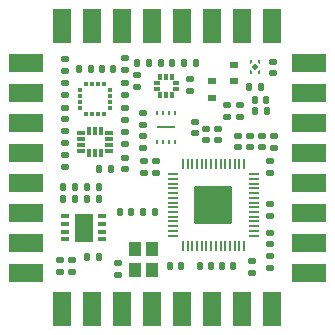
<source format=gts>
G04 #@! TF.GenerationSoftware,KiCad,Pcbnew,(6.0.7)*
G04 #@! TF.CreationDate,2022-09-17T21:46:44-05:00*
G04 #@! TF.ProjectId,picofusion,7069636f-6675-4736-996f-6e2e6b696361,rev?*
G04 #@! TF.SameCoordinates,Original*
G04 #@! TF.FileFunction,Soldermask,Top*
G04 #@! TF.FilePolarity,Negative*
%FSLAX46Y46*%
G04 Gerber Fmt 4.6, Leading zero omitted, Abs format (unit mm)*
G04 Created by KiCad (PCBNEW (6.0.7)) date 2022-09-17 21:46:44*
%MOMM*%
%LPD*%
G01*
G04 APERTURE LIST*
G04 Aperture macros list*
%AMRoundRect*
0 Rectangle with rounded corners*
0 $1 Rounding radius*
0 $2 $3 $4 $5 $6 $7 $8 $9 X,Y pos of 4 corners*
0 Add a 4 corners polygon primitive as box body*
4,1,4,$2,$3,$4,$5,$6,$7,$8,$9,$2,$3,0*
0 Add four circle primitives for the rounded corners*
1,1,$1+$1,$2,$3*
1,1,$1+$1,$4,$5*
1,1,$1+$1,$6,$7*
1,1,$1+$1,$8,$9*
0 Add four rect primitives between the rounded corners*
20,1,$1+$1,$2,$3,$4,$5,0*
20,1,$1+$1,$4,$5,$6,$7,0*
20,1,$1+$1,$6,$7,$8,$9,0*
20,1,$1+$1,$8,$9,$2,$3,0*%
%AMRotRect*
0 Rectangle, with rotation*
0 The origin of the aperture is its center*
0 $1 length*
0 $2 width*
0 $3 Rotation angle, in degrees counterclockwise*
0 Add horizontal line*
21,1,$1,$2,0,0,$3*%
%AMFreePoly0*
4,1,6,0.180000,-0.105000,-0.180000,-0.105000,-0.180000,-0.075000,0.000000,0.105000,0.180000,0.105000,0.180000,-0.105000,0.180000,-0.105000,$1*%
%AMFreePoly1*
4,1,6,0.180000,-0.075000,0.180000,-0.105000,-0.180000,-0.105000,-0.180000,0.105000,0.000000,0.105000,0.180000,-0.075000,0.180000,-0.075000,$1*%
%AMFreePoly2*
4,1,6,0.180000,-0.105000,0.000000,-0.105000,-0.180000,0.075000,-0.180000,0.105000,0.180000,0.105000,0.180000,-0.105000,0.180000,-0.105000,$1*%
%AMFreePoly3*
4,1,6,0.180000,0.075000,0.000000,-0.105000,-0.180000,-0.105000,-0.180000,0.105000,0.180000,0.105000,0.180000,0.075000,0.180000,0.075000,$1*%
G04 Aperture macros list end*
%ADD10RoundRect,0.140000X-0.170000X0.140000X-0.170000X-0.140000X0.170000X-0.140000X0.170000X0.140000X0*%
%ADD11RoundRect,0.135000X-0.135000X-0.185000X0.135000X-0.185000X0.135000X0.185000X-0.135000X0.185000X0*%
%ADD12RoundRect,0.135000X0.185000X-0.135000X0.185000X0.135000X-0.185000X0.135000X-0.185000X-0.135000X0*%
%ADD13RoundRect,0.140000X0.170000X-0.140000X0.170000X0.140000X-0.170000X0.140000X-0.170000X-0.140000X0*%
%ADD14RoundRect,0.140000X-0.140000X-0.170000X0.140000X-0.170000X0.140000X0.170000X-0.140000X0.170000X0*%
%ADD15RoundRect,0.147500X0.147500X0.172500X-0.147500X0.172500X-0.147500X-0.172500X0.147500X-0.172500X0*%
%ADD16RoundRect,0.135000X-0.185000X0.135000X-0.185000X-0.135000X0.185000X-0.135000X0.185000X0.135000X0*%
%ADD17R,0.700000X0.600000*%
%ADD18FreePoly0,90.000000*%
%ADD19FreePoly1,90.000000*%
%ADD20FreePoly2,90.000000*%
%ADD21FreePoly3,90.000000*%
%ADD22RotRect,0.450000X0.450000X135.000000*%
%ADD23R,1.600000X0.200000*%
%ADD24R,0.250000X0.300000*%
%ADD25C,1.350000*%
%ADD26R,1.600000X3.000000*%
%ADD27O,1.350000X1.350000*%
%ADD28RoundRect,0.031500X-0.273500X-0.143500X0.273500X-0.143500X0.273500X0.143500X-0.273500X0.143500X0*%
%ADD29RoundRect,0.031500X0.143500X-0.273500X0.143500X0.273500X-0.143500X0.273500X-0.143500X-0.273500X0*%
%ADD30RoundRect,0.031500X0.273500X0.143500X-0.273500X0.143500X-0.273500X-0.143500X0.273500X-0.143500X0*%
%ADD31RoundRect,0.031500X-0.143500X0.273500X-0.143500X-0.273500X0.143500X-0.273500X0.143500X0.273500X0*%
%ADD32R,0.450000X0.300000*%
%ADD33R,0.300000X0.450000*%
%ADD34R,3.000000X1.600000*%
%ADD35RoundRect,0.140000X0.140000X0.170000X-0.140000X0.170000X-0.140000X-0.170000X0.140000X-0.170000X0*%
%ADD36RoundRect,0.014000X-0.181000X-0.161000X0.181000X-0.161000X0.181000X0.161000X-0.181000X0.161000X0*%
%ADD37RoundRect,0.017500X-0.157500X-0.177500X0.157500X-0.177500X0.157500X0.177500X-0.157500X0.177500X0*%
%ADD38RoundRect,0.135000X0.135000X0.185000X-0.135000X0.185000X-0.135000X-0.185000X0.135000X-0.185000X0*%
%ADD39R,0.650000X0.350000*%
%ADD40R,1.550000X2.400000*%
%ADD41R,1.000000X1.150000*%
%ADD42RoundRect,0.050000X-0.387500X-0.050000X0.387500X-0.050000X0.387500X0.050000X-0.387500X0.050000X0*%
%ADD43RoundRect,0.050000X-0.050000X-0.387500X0.050000X-0.387500X0.050000X0.387500X-0.050000X0.387500X0*%
%ADD44RoundRect,0.144000X-1.456000X-1.456000X1.456000X-1.456000X1.456000X1.456000X-1.456000X1.456000X0*%
G04 APERTURE END LIST*
D10*
G04 #@! TO.C,C11*
X156400000Y-30757500D03*
X156400000Y-31717500D03*
G04 #@! TD*
D11*
G04 #@! TO.C,R9*
X152545000Y-31650000D03*
X153565000Y-31650000D03*
G04 #@! TD*
D12*
G04 #@! TO.C,R15*
X151300000Y-39960000D03*
X151300000Y-38940000D03*
G04 #@! TD*
G04 #@! TO.C,R24*
X168680000Y-48510000D03*
X168680000Y-47490000D03*
G04 #@! TD*
G04 #@! TO.C,R21*
X158000000Y-40460000D03*
X158000000Y-39440000D03*
G04 #@! TD*
D13*
G04 #@! TO.C,C1*
X162300000Y-37100000D03*
X162300000Y-36140000D03*
G04 #@! TD*
D14*
G04 #@! TO.C,C19*
X154220000Y-40100000D03*
X155180000Y-40100000D03*
G04 #@! TD*
D15*
G04 #@! TO.C,D2*
X168385000Y-34250000D03*
X167415000Y-34250000D03*
G04 #@! TD*
D16*
G04 #@! TO.C,R14*
X151300000Y-30790000D03*
X151300000Y-31810000D03*
G04 #@! TD*
D13*
G04 #@! TO.C,C10*
X163300000Y-37680000D03*
X163300000Y-36720000D03*
G04 #@! TD*
D12*
G04 #@! TO.C,R7*
X156400000Y-35935000D03*
X156400000Y-34915000D03*
G04 #@! TD*
D17*
G04 #@! TO.C,D1*
X163750000Y-32700000D03*
X163750000Y-34100000D03*
G04 #@! TD*
D16*
G04 #@! TO.C,R16*
X151300000Y-36890000D03*
X151300000Y-37910000D03*
G04 #@! TD*
D18*
G04 #@! TO.C,U3*
X167725000Y-31070000D03*
D19*
X167725000Y-31930000D03*
D20*
X167075000Y-31070000D03*
D21*
X167075000Y-31930000D03*
D22*
X167400000Y-31500000D03*
G04 #@! TD*
D23*
G04 #@! TO.C,U1*
X159900000Y-36600000D03*
D24*
X159150000Y-37800000D03*
X159650000Y-37800000D03*
X160150000Y-37800000D03*
X160650000Y-37800000D03*
X160650000Y-35400000D03*
X160150000Y-35400000D03*
X159650000Y-35400000D03*
X159150000Y-35400000D03*
G04 #@! TD*
D25*
G04 #@! TO.C,J4*
X151110000Y-52750000D03*
X151110000Y-51250000D03*
D26*
X151110000Y-52000000D03*
D27*
X153650000Y-52750000D03*
D26*
X153650000Y-52000000D03*
D27*
X153650000Y-51250000D03*
D26*
X156190000Y-51976000D03*
D27*
X156190000Y-51226000D03*
X156190000Y-52726000D03*
X158730000Y-51250000D03*
X158730000Y-52750000D03*
D26*
X158730000Y-52000000D03*
D27*
X161270000Y-51250000D03*
X161270000Y-52750000D03*
D26*
X161270000Y-52000000D03*
D27*
X163810000Y-51250000D03*
X163810000Y-52750000D03*
D26*
X163810000Y-52000000D03*
X166350000Y-52000000D03*
D27*
X166350000Y-52750000D03*
X166350000Y-51250000D03*
X168890000Y-52750000D03*
D26*
X168890000Y-52000000D03*
D27*
X168890000Y-51250000D03*
G04 #@! TD*
D10*
G04 #@! TO.C,C4*
X157900000Y-35400000D03*
X157900000Y-36360000D03*
G04 #@! TD*
D12*
G04 #@! TO.C,R11*
X151950000Y-48860000D03*
X151950000Y-47840000D03*
G04 #@! TD*
D28*
G04 #@! TO.C,U4*
X152715000Y-37100000D03*
X152715000Y-37600000D03*
X152715000Y-38100000D03*
X152715000Y-38600000D03*
D29*
X153375000Y-38760000D03*
X153875000Y-38760000D03*
X154375000Y-38760000D03*
D30*
X155035000Y-38600000D03*
X155035000Y-38100000D03*
X155035000Y-37600000D03*
X155035000Y-37100000D03*
D31*
X154375000Y-36940000D03*
X153875000Y-36940000D03*
X153375000Y-36940000D03*
G04 #@! TD*
D10*
G04 #@! TO.C,C5*
X155800000Y-48110000D03*
X155800000Y-49070000D03*
G04 #@! TD*
D13*
G04 #@! TO.C,C25*
X168000000Y-38300000D03*
X168000000Y-37340000D03*
G04 #@! TD*
D32*
G04 #@! TO.C,U5*
X152600000Y-33437500D03*
X152600000Y-33937500D03*
X152600000Y-34437500D03*
X152600000Y-34937500D03*
D33*
X153125000Y-35462500D03*
X153625000Y-35462500D03*
X154125000Y-35462500D03*
X154625000Y-35462500D03*
D32*
X155150000Y-34937500D03*
X155150000Y-34437500D03*
X155150000Y-33937500D03*
X155150000Y-33437500D03*
D33*
X154625000Y-32912500D03*
X154125000Y-32912500D03*
X153625000Y-32912500D03*
X153125000Y-32912500D03*
G04 #@! TD*
D25*
G04 #@! TO.C,J2*
X171250000Y-31110000D03*
X172750000Y-31110000D03*
D34*
X172000000Y-31110000D03*
X172000000Y-33650000D03*
D27*
X172750000Y-33650000D03*
X171250000Y-33650000D03*
X172774000Y-36190000D03*
D34*
X172024000Y-36190000D03*
D27*
X171274000Y-36190000D03*
X172750000Y-38730000D03*
X171250000Y-38730000D03*
D34*
X172000000Y-38730000D03*
D27*
X172750000Y-41270000D03*
X171250000Y-41270000D03*
D34*
X172000000Y-41270000D03*
D27*
X172750000Y-43810000D03*
D34*
X172000000Y-43810000D03*
D27*
X171250000Y-43810000D03*
D34*
X172000000Y-46350000D03*
D27*
X172750000Y-46350000D03*
X171250000Y-46350000D03*
D34*
X172000000Y-48890000D03*
D27*
X172750000Y-48890000D03*
X171250000Y-48890000D03*
G04 #@! TD*
D35*
G04 #@! TO.C,C9*
X163730000Y-48300000D03*
X162770000Y-48300000D03*
G04 #@! TD*
D13*
G04 #@! TO.C,C17*
X156400000Y-40130000D03*
X156400000Y-39170000D03*
G04 #@! TD*
D14*
G04 #@! TO.C,C28*
X155995000Y-43762500D03*
X156955000Y-43762500D03*
G04 #@! TD*
D10*
G04 #@! TO.C,C18*
X156400000Y-37020000D03*
X156400000Y-37980000D03*
G04 #@! TD*
D12*
G04 #@! TO.C,R2*
X165057500Y-35700000D03*
X165057500Y-34680000D03*
G04 #@! TD*
D13*
G04 #@! TO.C,C26*
X164300000Y-37680000D03*
X164300000Y-36720000D03*
G04 #@! TD*
D14*
G04 #@! TO.C,C8*
X160210000Y-48300000D03*
X161170000Y-48300000D03*
G04 #@! TD*
D13*
G04 #@! TO.C,C20*
X156400000Y-33827500D03*
X156400000Y-32867500D03*
G04 #@! TD*
D35*
G04 #@! TO.C,C6*
X158930000Y-43762500D03*
X157970000Y-43762500D03*
G04 #@! TD*
D36*
G04 #@! TO.C,U6*
X159130000Y-32850000D03*
X159130000Y-33350000D03*
D37*
X159410000Y-33880000D03*
X159910000Y-33880000D03*
X160410000Y-33880000D03*
D36*
X160690000Y-33350000D03*
X160690000Y-32850000D03*
D37*
X160410000Y-32320000D03*
X159910000Y-32320000D03*
X159410000Y-32320000D03*
G04 #@! TD*
D10*
G04 #@! TO.C,C14*
X168900000Y-31020000D03*
X168900000Y-31980000D03*
G04 #@! TD*
D38*
G04 #@! TO.C,R22*
X154210000Y-41650000D03*
X153190000Y-41650000D03*
G04 #@! TD*
D12*
G04 #@! TO.C,R8*
X151300000Y-33870000D03*
X151300000Y-32850000D03*
G04 #@! TD*
D14*
G04 #@! TO.C,C16*
X166920000Y-33150000D03*
X167880000Y-33150000D03*
G04 #@! TD*
D25*
G04 #@! TO.C,J3*
X147250000Y-31110000D03*
D34*
X148000000Y-31110000D03*
D25*
X148750000Y-31110000D03*
D34*
X148000000Y-33650000D03*
D27*
X147250000Y-33650000D03*
X148750000Y-33650000D03*
X148774000Y-36190000D03*
X147274000Y-36190000D03*
D34*
X148024000Y-36190000D03*
X148000000Y-38730000D03*
D27*
X147250000Y-38730000D03*
X148750000Y-38730000D03*
D34*
X148000000Y-41270000D03*
D27*
X148750000Y-41270000D03*
X147250000Y-41270000D03*
X148750000Y-43810000D03*
D34*
X148000000Y-43810000D03*
D27*
X147250000Y-43810000D03*
X147250000Y-46350000D03*
X148750000Y-46350000D03*
D34*
X148000000Y-46350000D03*
D27*
X147250000Y-48890000D03*
X148750000Y-48890000D03*
D34*
X148000000Y-48890000D03*
G04 #@! TD*
D14*
G04 #@! TO.C,C21*
X154470000Y-31650000D03*
X155430000Y-31650000D03*
G04 #@! TD*
D38*
G04 #@! TO.C,R20*
X158410000Y-31150000D03*
X157390000Y-31150000D03*
G04 #@! TD*
D10*
G04 #@! TO.C,C15*
X168680000Y-45520000D03*
X168680000Y-46480000D03*
G04 #@! TD*
D16*
G04 #@! TO.C,R5*
X168690000Y-43090000D03*
X168690000Y-44110000D03*
G04 #@! TD*
G04 #@! TO.C,R18*
X167150000Y-47890000D03*
X167150000Y-48910000D03*
G04 #@! TD*
D14*
G04 #@! TO.C,C27*
X151200000Y-42700000D03*
X152160000Y-42700000D03*
G04 #@! TD*
D38*
G04 #@! TO.C,R13*
X154200000Y-42700000D03*
X153180000Y-42700000D03*
G04 #@! TD*
D13*
G04 #@! TO.C,C7*
X159000000Y-40432500D03*
X159000000Y-39472500D03*
G04 #@! TD*
G04 #@! TO.C,C12*
X151290000Y-35880000D03*
X151290000Y-34920000D03*
G04 #@! TD*
D38*
G04 #@! TO.C,R17*
X152190000Y-41650000D03*
X151170000Y-41650000D03*
G04 #@! TD*
D25*
G04 #@! TO.C,J1*
X151110000Y-27250000D03*
X151110000Y-28750000D03*
D26*
X151110000Y-28000000D03*
D27*
X153650000Y-28750000D03*
D26*
X153650000Y-28000000D03*
D27*
X153650000Y-27250000D03*
X156190000Y-27226000D03*
D26*
X156190000Y-27976000D03*
D27*
X156190000Y-28726000D03*
D26*
X158730000Y-28000000D03*
D27*
X158730000Y-27250000D03*
X158730000Y-28750000D03*
D26*
X161270000Y-28000000D03*
D27*
X161270000Y-27250000D03*
X161270000Y-28750000D03*
X163810000Y-28750000D03*
D26*
X163810000Y-28000000D03*
D27*
X163810000Y-27250000D03*
X166350000Y-28750000D03*
D26*
X166350000Y-28000000D03*
D27*
X166350000Y-27250000D03*
X168890000Y-27250000D03*
D26*
X168890000Y-28000000D03*
D27*
X168890000Y-28750000D03*
G04 #@! TD*
D13*
G04 #@! TO.C,C13*
X167000000Y-38300000D03*
X167000000Y-37340000D03*
G04 #@! TD*
D39*
G04 #@! TO.C,U7*
X154450000Y-46085400D03*
X154450000Y-45435400D03*
X154450000Y-44785400D03*
X154450000Y-44135400D03*
X151350000Y-44135400D03*
X151350000Y-44785400D03*
X151350000Y-45435400D03*
X151350000Y-46085400D03*
D40*
X152900000Y-45110400D03*
G04 #@! TD*
D12*
G04 #@! TO.C,R4*
X169050000Y-38310000D03*
X169050000Y-37290000D03*
G04 #@! TD*
D38*
G04 #@! TO.C,R6*
X168410000Y-35250000D03*
X167390000Y-35250000D03*
G04 #@! TD*
D12*
G04 #@! TO.C,R23*
X157900000Y-38360000D03*
X157900000Y-37340000D03*
G04 #@! TD*
D13*
G04 #@! TO.C,C24*
X168680000Y-40432500D03*
X168680000Y-39472500D03*
G04 #@! TD*
D10*
G04 #@! TO.C,C22*
X161950000Y-32540000D03*
X161950000Y-33500000D03*
G04 #@! TD*
D41*
G04 #@! TO.C,Y1*
X157260000Y-46925000D03*
X157260000Y-48675000D03*
X158660000Y-48675000D03*
X158660000Y-46925000D03*
G04 #@! TD*
D14*
G04 #@! TO.C,C23*
X159415000Y-31150000D03*
X160375000Y-31150000D03*
G04 #@! TD*
G04 #@! TO.C,C2*
X164620000Y-48300000D03*
X165580000Y-48300000D03*
G04 #@! TD*
D16*
G04 #@! TO.C,R10*
X150900000Y-47830000D03*
X150900000Y-48850000D03*
G04 #@! TD*
D38*
G04 #@! TO.C,R12*
X154200000Y-47600000D03*
X153180000Y-47600000D03*
G04 #@! TD*
D11*
G04 #@! TO.C,R19*
X161390000Y-31150000D03*
X162410000Y-31150000D03*
G04 #@! TD*
D12*
G04 #@! TO.C,R1*
X157450000Y-33160000D03*
X157450000Y-32140000D03*
G04 #@! TD*
D13*
G04 #@! TO.C,C3*
X166000000Y-38300000D03*
X166000000Y-37340000D03*
G04 #@! TD*
D42*
G04 #@! TO.C,U2*
X160462500Y-40562500D03*
X160462500Y-40962500D03*
X160462500Y-41362500D03*
X160462500Y-41762500D03*
X160462500Y-42162500D03*
X160462500Y-42562500D03*
X160462500Y-42962500D03*
X160462500Y-43362500D03*
X160462500Y-43762500D03*
X160462500Y-44162500D03*
X160462500Y-44562500D03*
X160462500Y-44962500D03*
X160462500Y-45362500D03*
X160462500Y-45762500D03*
D43*
X161300000Y-46600000D03*
X161700000Y-46600000D03*
X162100000Y-46600000D03*
X162500000Y-46600000D03*
X162900000Y-46600000D03*
X163300000Y-46600000D03*
X163700000Y-46600000D03*
X164100000Y-46600000D03*
X164500000Y-46600000D03*
X164900000Y-46600000D03*
X165300000Y-46600000D03*
X165700000Y-46600000D03*
X166100000Y-46600000D03*
X166500000Y-46600000D03*
D42*
X167337500Y-45762500D03*
X167337500Y-45362500D03*
X167337500Y-44962500D03*
X167337500Y-44562500D03*
X167337500Y-44162500D03*
X167337500Y-43762500D03*
X167337500Y-43362500D03*
X167337500Y-42962500D03*
X167337500Y-42562500D03*
X167337500Y-42162500D03*
X167337500Y-41762500D03*
X167337500Y-41362500D03*
X167337500Y-40962500D03*
X167337500Y-40562500D03*
D43*
X166500000Y-39725000D03*
X166100000Y-39725000D03*
X165700000Y-39725000D03*
X165300000Y-39725000D03*
X164900000Y-39725000D03*
X164500000Y-39725000D03*
X164100000Y-39725000D03*
X163700000Y-39725000D03*
X163300000Y-39725000D03*
X162900000Y-39725000D03*
X162500000Y-39725000D03*
X162100000Y-39725000D03*
X161700000Y-39725000D03*
X161300000Y-39725000D03*
D44*
X163900000Y-43162500D03*
G04 #@! TD*
D12*
G04 #@! TO.C,R3*
X166120000Y-35700000D03*
X166120000Y-34680000D03*
G04 #@! TD*
D17*
G04 #@! TO.C,D3*
X165600000Y-32700000D03*
X165600000Y-31300000D03*
G04 #@! TD*
M02*

</source>
